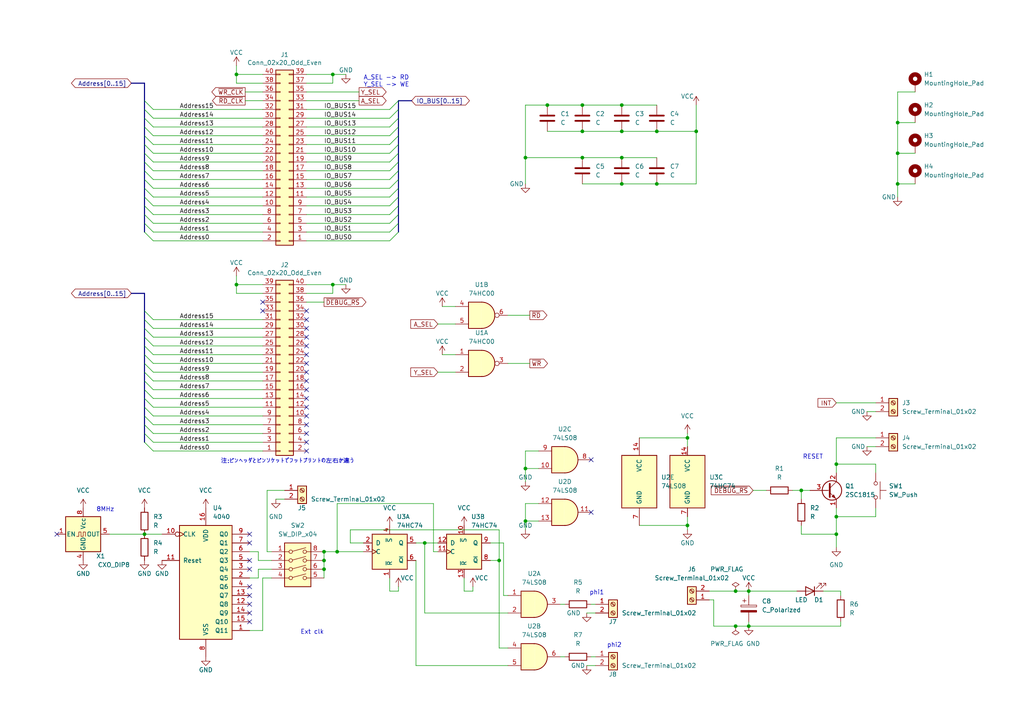
<source format=kicad_sch>
(kicad_sch (version 20211123) (generator eeschema)
  (paper "A4")
  (junction (at 260.35 44.45))
  (junction (at 199.39 152.4))
  (junction (at 93.98 165.1))
  (junction (at 168.91 38.1))
  (junction (at 168.91 30.48))
  (junction (at 152.4 151.13))
  (junction (at 152.4 135.89))
  (junction (at 123.19 157.48))
  (junction (at 201.93 38.1))
  (junction (at 96.52 21.59))
  (junction (at 180.34 45.72))
  (junction (at 260.35 53.34))
  (junction (at 217.17 181.61))
  (junction (at 158.75 30.48))
  (junction (at 242.57 134.62))
  (junction (at 199.39 127))
  (junction (at 68.58 21.59))
  (junction (at 232.41 142.24))
  (junction (at 190.5 38.1))
  (junction (at 180.34 30.48))
  (junction (at 68.58 82.55))
  (junction (at 213.36 171.45))
  (junction (at 97.79 160.02))
  (junction (at 180.34 53.34))
  (junction (at 260.35 35.56))
  (junction (at 152.4 45.72))
  (junction (at 93.98 162.56))
  (junction (at 180.34 38.1))
  (junction (at 242.57 149.86))
  (junction (at 242.57 154.94))
  (junction (at 213.36 181.61))
  (junction (at 168.91 45.72))
  (junction (at 190.5 53.34))
  (junction (at 217.17 171.45))
  (junction (at 41.91 154.94))
  (junction (at 96.52 82.55))
  (junction (at 144.78 162.56))
  (junction (at 93.98 160.02))
  (no_connect (at 72.39 162.56))
  (no_connect (at 88.9 90.17))
  (no_connect (at 16.51 154.94))
  (no_connect (at 88.9 130.81))
  (no_connect (at 88.9 97.79))
  (no_connect (at 88.9 100.33))
  (no_connect (at 88.9 102.87))
  (no_connect (at 88.9 105.41))
  (no_connect (at 88.9 128.27))
  (no_connect (at 88.9 107.95))
  (no_connect (at 88.9 110.49))
  (no_connect (at 88.9 113.03))
  (no_connect (at 88.9 115.57))
  (no_connect (at 88.9 118.11))
  (no_connect (at 88.9 120.65))
  (no_connect (at 88.9 123.19))
  (no_connect (at 88.9 125.73))
  (no_connect (at 88.9 92.71))
  (no_connect (at 88.9 95.25))
  (no_connect (at 72.39 165.1))
  (no_connect (at 72.39 177.8))
  (no_connect (at 72.39 180.34))
  (no_connect (at 72.39 170.18))
  (no_connect (at 72.39 175.26))
  (no_connect (at 72.39 172.72))
  (no_connect (at 171.45 133.35))
  (no_connect (at 171.45 148.59))
  (no_connect (at 72.39 157.48))
  (no_connect (at 72.39 154.94))
  (no_connect (at 76.2 87.63))
  (no_connect (at 76.2 90.17))
  (bus_entry (at 115.57 44.45) (size -2.54 2.54))
  (bus_entry (at 115.57 39.37) (size -2.54 2.54))
  (bus_entry (at 41.91 52.07) (size 2.54 2.54))
  (bus_entry (at 115.57 62.23) (size -2.54 2.54))
  (bus_entry (at 41.91 31.75) (size 2.54 2.54))
  (bus_entry (at 41.91 113.03) (size 2.54 2.54))
  (bus_entry (at 41.91 97.79) (size 2.54 2.54))
  (bus_entry (at 41.91 90.17) (size 2.54 2.54))
  (bus_entry (at 41.91 46.99) (size 2.54 2.54))
  (bus_entry (at 41.91 62.23) (size 2.54 2.54))
  (bus_entry (at 41.91 59.69) (size 2.54 2.54))
  (bus_entry (at 41.91 57.15) (size 2.54 2.54))
  (bus_entry (at 115.57 31.75) (size -2.54 2.54))
  (bus_entry (at 115.57 34.29) (size -2.54 2.54))
  (bus_entry (at 41.91 128.27) (size 2.54 2.54))
  (bus_entry (at 41.91 34.29) (size 2.54 2.54))
  (bus_entry (at 115.57 67.31) (size -2.54 2.54))
  (bus_entry (at 41.91 64.77) (size 2.54 2.54))
  (bus_entry (at 115.57 54.61) (size -2.54 2.54))
  (bus_entry (at 41.91 49.53) (size 2.54 2.54))
  (bus_entry (at 41.91 123.19) (size 2.54 2.54))
  (bus_entry (at 41.91 95.25) (size 2.54 2.54))
  (bus_entry (at 41.91 44.45) (size 2.54 2.54))
  (bus_entry (at 41.91 107.95) (size 2.54 2.54))
  (bus_entry (at 41.91 102.87) (size 2.54 2.54))
  (bus_entry (at 41.91 29.21) (size 2.54 2.54))
  (bus_entry (at 115.57 52.07) (size -2.54 2.54))
  (bus_entry (at 41.91 92.71) (size 2.54 2.54))
  (bus_entry (at 115.57 57.15) (size -2.54 2.54))
  (bus_entry (at 115.57 46.99) (size -2.54 2.54))
  (bus_entry (at 41.91 125.73) (size 2.54 2.54))
  (bus_entry (at 41.91 54.61) (size 2.54 2.54))
  (bus_entry (at 41.91 105.41) (size 2.54 2.54))
  (bus_entry (at 41.91 36.83) (size 2.54 2.54))
  (bus_entry (at 41.91 41.91) (size 2.54 2.54))
  (bus_entry (at 115.57 49.53) (size -2.54 2.54))
  (bus_entry (at 41.91 120.65) (size 2.54 2.54))
  (bus_entry (at 115.57 59.69) (size -2.54 2.54))
  (bus_entry (at 41.91 67.31) (size 2.54 2.54))
  (bus_entry (at 41.91 100.33) (size 2.54 2.54))
  (bus_entry (at 41.91 39.37) (size 2.54 2.54))
  (bus_entry (at 115.57 41.91) (size -2.54 2.54))
  (bus_entry (at 115.57 29.21) (size -2.54 2.54))
  (bus_entry (at 41.91 115.57) (size 2.54 2.54))
  (bus_entry (at 41.91 118.11) (size 2.54 2.54))
  (bus_entry (at 115.57 36.83) (size -2.54 2.54))
  (bus_entry (at 115.57 64.77) (size -2.54 2.54))
  (bus_entry (at 41.91 110.49) (size 2.54 2.54))
  (wire (pts (xy 76.2 82.55) (xy 68.58 82.55)))
  (wire (pts (xy 44.45 46.99) (xy 76.2 46.99)))
  (wire (pts (xy 168.91 45.72) (xy 180.34 45.72)))
  (wire (pts (xy 152.4 151.13) (xy 152.4 146.05)))
  (bus (pts (xy 41.91 125.73) (xy 41.91 128.27)))
  (wire (pts (xy 231.14 171.45) (xy 217.17 171.45)))
  (wire (pts (xy 72.39 182.88) (xy 76.2 182.88)))
  (wire (pts (xy 44.45 115.57) (xy 76.2 115.57)))
  (wire (pts (xy 232.41 142.24) (xy 234.95 142.24)))
  (wire (pts (xy 217.17 181.61) (xy 243.84 181.61)))
  (wire (pts (xy 100.33 82.55) (xy 96.52 82.55)))
  (wire (pts (xy 260.35 44.45) (xy 260.35 53.34)))
  (wire (pts (xy 71.12 29.21) (xy 76.2 29.21)))
  (bus (pts (xy 41.91 115.57) (xy 41.91 118.11)))
  (wire (pts (xy 44.45 44.45) (xy 76.2 44.45)))
  (wire (pts (xy 242.57 154.94) (xy 242.57 149.86)))
  (wire (pts (xy 147.32 177.8) (xy 123.19 177.8)))
  (wire (pts (xy 96.52 24.13) (xy 88.9 24.13)))
  (bus (pts (xy 41.91 39.37) (xy 41.91 41.91)))
  (wire (pts (xy 113.03 64.77) (xy 88.9 64.77)))
  (wire (pts (xy 251.46 129.54) (xy 254 129.54)))
  (wire (pts (xy 180.34 53.34) (xy 190.5 53.34)))
  (wire (pts (xy 123.19 157.48) (xy 127 157.48)))
  (bus (pts (xy 41.91 44.45) (xy 41.91 46.99)))
  (bus (pts (xy 115.57 59.69) (xy 115.57 62.23)))
  (wire (pts (xy 168.91 53.34) (xy 180.34 53.34)))
  (wire (pts (xy 190.5 38.1) (xy 201.93 38.1)))
  (wire (pts (xy 77.47 142.24) (xy 77.47 160.02)))
  (wire (pts (xy 265.43 26.67) (xy 260.35 26.67)))
  (bus (pts (xy 41.91 49.53) (xy 41.91 52.07)))
  (bus (pts (xy 115.57 52.07) (xy 115.57 54.61)))
  (bus (pts (xy 41.91 34.29) (xy 41.91 36.83)))
  (wire (pts (xy 229.87 142.24) (xy 232.41 142.24)))
  (bus (pts (xy 41.91 24.13) (xy 41.91 29.21)))
  (wire (pts (xy 113.03 52.07) (xy 88.9 52.07)))
  (wire (pts (xy 137.16 170.18) (xy 137.16 171.45)))
  (bus (pts (xy 41.91 118.11) (xy 41.91 120.65)))
  (wire (pts (xy 96.52 85.09) (xy 88.9 85.09)))
  (wire (pts (xy 96.52 21.59) (xy 96.52 24.13)))
  (wire (pts (xy 101.6 157.48) (xy 101.6 153.67)))
  (wire (pts (xy 199.39 152.4) (xy 199.39 149.86)))
  (wire (pts (xy 74.93 165.1) (xy 78.74 165.1)))
  (wire (pts (xy 44.45 128.27) (xy 76.2 128.27)))
  (wire (pts (xy 76.2 85.09) (xy 68.58 85.09)))
  (wire (pts (xy 152.4 30.48) (xy 152.4 45.72)))
  (wire (pts (xy 68.58 21.59) (xy 68.58 24.13)))
  (wire (pts (xy 152.4 130.81) (xy 156.21 130.81)))
  (wire (pts (xy 199.39 153.67) (xy 199.39 152.4)))
  (wire (pts (xy 44.45 54.61) (xy 76.2 54.61)))
  (wire (pts (xy 101.6 153.67) (xy 144.78 153.67)))
  (wire (pts (xy 242.57 134.62) (xy 242.57 137.16)))
  (wire (pts (xy 74.93 165.1) (xy 74.93 167.64)))
  (wire (pts (xy 44.45 52.07) (xy 76.2 52.07)))
  (wire (pts (xy 199.39 127) (xy 199.39 129.54)))
  (wire (pts (xy 44.45 69.85) (xy 76.2 69.85)))
  (wire (pts (xy 74.93 162.56) (xy 78.74 162.56)))
  (bus (pts (xy 115.57 44.45) (xy 115.57 46.99)))
  (wire (pts (xy 128.27 102.87) (xy 132.08 102.87)))
  (bus (pts (xy 41.91 31.75) (xy 41.91 34.29)))
  (wire (pts (xy 232.41 142.24) (xy 232.41 144.78)))
  (wire (pts (xy 113.03 67.31) (xy 88.9 67.31)))
  (wire (pts (xy 76.2 21.59) (xy 68.58 21.59)))
  (wire (pts (xy 113.03 49.53) (xy 88.9 49.53)))
  (bus (pts (xy 41.91 46.99) (xy 41.91 49.53)))
  (wire (pts (xy 96.52 21.59) (xy 88.9 21.59)))
  (bus (pts (xy 115.57 39.37) (xy 115.57 41.91)))
  (wire (pts (xy 147.32 105.41) (xy 153.67 105.41)))
  (wire (pts (xy 242.57 149.86) (xy 242.57 147.32)))
  (wire (pts (xy 80.01 144.78) (xy 82.55 144.78)))
  (wire (pts (xy 113.03 167.64) (xy 113.03 171.45)))
  (wire (pts (xy 113.03 54.61) (xy 88.9 54.61)))
  (wire (pts (xy 158.75 38.1) (xy 168.91 38.1)))
  (wire (pts (xy 44.45 49.53) (xy 76.2 49.53)))
  (wire (pts (xy 115.57 170.18) (xy 115.57 171.45)))
  (wire (pts (xy 82.55 142.24) (xy 77.47 142.24)))
  (wire (pts (xy 243.84 171.45) (xy 243.84 172.72)))
  (wire (pts (xy 113.03 41.91) (xy 88.9 41.91)))
  (bus (pts (xy 115.57 54.61) (xy 115.57 57.15)))
  (wire (pts (xy 113.03 59.69) (xy 88.9 59.69)))
  (wire (pts (xy 254 147.32) (xy 254 149.86)))
  (wire (pts (xy 113.03 46.99) (xy 88.9 46.99)))
  (wire (pts (xy 201.93 38.1) (xy 201.93 53.34)))
  (wire (pts (xy 147.32 91.44) (xy 153.67 91.44)))
  (wire (pts (xy 152.4 45.72) (xy 152.4 53.34)))
  (wire (pts (xy 190.5 53.34) (xy 201.93 53.34)))
  (wire (pts (xy 44.45 31.75) (xy 76.2 31.75)))
  (wire (pts (xy 168.91 38.1) (xy 180.34 38.1)))
  (wire (pts (xy 41.91 154.94) (xy 46.99 154.94)))
  (bus (pts (xy 41.91 52.07) (xy 41.91 54.61)))
  (wire (pts (xy 113.03 34.29) (xy 88.9 34.29)))
  (bus (pts (xy 41.91 105.41) (xy 41.91 107.95)))
  (wire (pts (xy 128.27 88.9) (xy 132.08 88.9)))
  (wire (pts (xy 44.45 95.25) (xy 76.2 95.25)))
  (wire (pts (xy 93.98 160.02) (xy 97.79 160.02)))
  (wire (pts (xy 147.32 187.96) (xy 144.78 187.96)))
  (wire (pts (xy 74.93 160.02) (xy 74.93 162.56)))
  (wire (pts (xy 207.01 181.61) (xy 213.36 181.61)))
  (wire (pts (xy 113.03 69.85) (xy 88.9 69.85)))
  (wire (pts (xy 144.78 162.56) (xy 144.78 187.96)))
  (wire (pts (xy 146.05 172.72) (xy 147.32 172.72)))
  (bus (pts (xy 115.57 41.91) (xy 115.57 44.45)))
  (wire (pts (xy 104.14 29.21) (xy 88.9 29.21)))
  (bus (pts (xy 41.91 113.03) (xy 41.91 115.57)))
  (bus (pts (xy 41.91 102.87) (xy 41.91 105.41)))
  (wire (pts (xy 44.45 62.23) (xy 76.2 62.23)))
  (wire (pts (xy 113.03 39.37) (xy 88.9 39.37)))
  (wire (pts (xy 72.39 160.02) (xy 74.93 160.02)))
  (wire (pts (xy 185.42 127) (xy 199.39 127)))
  (wire (pts (xy 170.18 193.04) (xy 172.72 193.04)))
  (wire (pts (xy 68.58 82.55) (xy 68.58 85.09)))
  (wire (pts (xy 44.45 36.83) (xy 76.2 36.83)))
  (wire (pts (xy 146.05 157.48) (xy 146.05 172.72)))
  (wire (pts (xy 217.17 180.34) (xy 217.17 181.61)))
  (wire (pts (xy 168.91 30.48) (xy 158.75 30.48)))
  (wire (pts (xy 105.41 157.48) (xy 101.6 157.48)))
  (wire (pts (xy 113.03 36.83) (xy 88.9 36.83)))
  (wire (pts (xy 171.45 190.5) (xy 172.72 190.5)))
  (wire (pts (xy 180.34 38.1) (xy 190.5 38.1)))
  (bus (pts (xy 119.38 29.21) (xy 115.57 29.21)))
  (wire (pts (xy 260.35 53.34) (xy 265.43 53.34)))
  (wire (pts (xy 113.03 44.45) (xy 88.9 44.45)))
  (wire (pts (xy 68.58 19.05) (xy 68.58 21.59)))
  (wire (pts (xy 72.39 167.64) (xy 74.93 167.64)))
  (wire (pts (xy 44.45 120.65) (xy 76.2 120.65)))
  (wire (pts (xy 218.44 142.24) (xy 222.25 142.24)))
  (bus (pts (xy 41.91 54.61) (xy 41.91 57.15)))
  (wire (pts (xy 93.98 165.1) (xy 93.98 167.64)))
  (wire (pts (xy 162.56 175.26) (xy 163.83 175.26)))
  (wire (pts (xy 44.45 110.49) (xy 76.2 110.49)))
  (wire (pts (xy 96.52 82.55) (xy 88.9 82.55)))
  (wire (pts (xy 125.73 146.05) (xy 97.79 146.05)))
  (wire (pts (xy 158.75 30.48) (xy 152.4 30.48)))
  (bus (pts (xy 41.91 95.25) (xy 41.91 97.79)))
  (wire (pts (xy 260.35 26.67) (xy 260.35 35.56)))
  (wire (pts (xy 254 127) (xy 242.57 127)))
  (wire (pts (xy 44.45 113.03) (xy 76.2 113.03)))
  (wire (pts (xy 152.4 153.67) (xy 152.4 151.13)))
  (wire (pts (xy 93.98 87.63) (xy 88.9 87.63)))
  (bus (pts (xy 41.91 107.95) (xy 41.91 110.49)))
  (wire (pts (xy 152.4 135.89) (xy 152.4 130.81)))
  (bus (pts (xy 41.91 110.49) (xy 41.91 113.03)))
  (wire (pts (xy 127 93.98) (xy 132.08 93.98)))
  (bus (pts (xy 115.57 31.75) (xy 115.57 34.29)))
  (wire (pts (xy 127 160.02) (xy 125.73 160.02)))
  (bus (pts (xy 115.57 64.77) (xy 115.57 67.31)))
  (wire (pts (xy 113.03 31.75) (xy 88.9 31.75)))
  (wire (pts (xy 77.47 160.02) (xy 78.74 160.02)))
  (wire (pts (xy 125.73 160.02) (xy 125.73 146.05)))
  (wire (pts (xy 44.45 59.69) (xy 76.2 59.69)))
  (wire (pts (xy 260.35 35.56) (xy 260.35 44.45)))
  (wire (pts (xy 152.4 146.05) (xy 156.21 146.05)))
  (wire (pts (xy 144.78 162.56) (xy 142.24 162.56)))
  (wire (pts (xy 205.74 173.99) (xy 207.01 173.99)))
  (bus (pts (xy 41.91 36.83) (xy 41.91 39.37)))
  (wire (pts (xy 180.34 30.48) (xy 168.91 30.48)))
  (wire (pts (xy 242.57 149.86) (xy 254 149.86)))
  (wire (pts (xy 44.45 92.71) (xy 76.2 92.71)))
  (wire (pts (xy 120.65 162.56) (xy 120.65 193.04)))
  (wire (pts (xy 123.19 177.8) (xy 123.19 157.48)))
  (wire (pts (xy 76.2 24.13) (xy 68.58 24.13)))
  (wire (pts (xy 242.57 127) (xy 242.57 134.62)))
  (bus (pts (xy 115.57 29.21) (xy 115.57 31.75)))
  (wire (pts (xy 190.5 30.48) (xy 180.34 30.48)))
  (bus (pts (xy 41.91 90.17) (xy 41.91 92.71)))
  (wire (pts (xy 251.46 119.38) (xy 254 119.38)))
  (wire (pts (xy 104.14 26.67) (xy 88.9 26.67)))
  (wire (pts (xy 205.74 171.45) (xy 213.36 171.45)))
  (bus (pts (xy 41.91 29.21) (xy 41.91 31.75)))
  (wire (pts (xy 44.45 97.79) (xy 76.2 97.79)))
  (wire (pts (xy 213.36 171.45) (xy 217.17 171.45)))
  (wire (pts (xy 243.84 180.34) (xy 243.84 181.61)))
  (wire (pts (xy 44.45 105.41) (xy 76.2 105.41)))
  (wire (pts (xy 31.75 154.94) (xy 41.91 154.94)))
  (wire (pts (xy 44.45 125.73) (xy 76.2 125.73)))
  (bus (pts (xy 41.91 64.77) (xy 41.91 67.31)))
  (wire (pts (xy 93.98 162.56) (xy 93.98 165.1)))
  (wire (pts (xy 120.65 193.04) (xy 147.32 193.04)))
  (wire (pts (xy 232.41 154.94) (xy 242.57 154.94)))
  (wire (pts (xy 44.45 118.11) (xy 76.2 118.11)))
  (wire (pts (xy 152.4 135.89) (xy 156.21 135.89)))
  (wire (pts (xy 213.36 181.61) (xy 217.17 181.61)))
  (wire (pts (xy 144.78 153.67) (xy 144.78 162.56)))
  (wire (pts (xy 71.12 26.67) (xy 76.2 26.67)))
  (wire (pts (xy 113.03 57.15) (xy 88.9 57.15)))
  (wire (pts (xy 185.42 152.4) (xy 199.39 152.4)))
  (wire (pts (xy 260.35 53.34) (xy 260.35 57.15)))
  (wire (pts (xy 242.57 134.62) (xy 254 134.62)))
  (wire (pts (xy 93.98 160.02) (xy 93.98 162.56)))
  (wire (pts (xy 127 107.95) (xy 132.08 107.95)))
  (wire (pts (xy 242.57 154.94) (xy 242.57 158.75)))
  (wire (pts (xy 152.4 45.72) (xy 168.91 45.72)))
  (wire (pts (xy 96.52 82.55) (xy 96.52 85.09)))
  (wire (pts (xy 260.35 44.45) (xy 265.43 44.45)))
  (bus (pts (xy 38.1 24.13) (xy 41.91 24.13)))
  (wire (pts (xy 44.45 107.95) (xy 76.2 107.95)))
  (wire (pts (xy 44.45 39.37) (xy 76.2 39.37)))
  (bus (pts (xy 115.57 46.99) (xy 115.57 49.53)))
  (wire (pts (xy 44.45 123.19) (xy 76.2 123.19)))
  (bus (pts (xy 115.57 34.29) (xy 115.57 36.83)))
  (bus (pts (xy 41.91 85.09) (xy 41.91 90.17)))
  (wire (pts (xy 44.45 64.77) (xy 76.2 64.77)))
  (bus (pts (xy 41.91 100.33) (xy 41.91 102.87)))
  (wire (pts (xy 78.74 167.64) (xy 76.2 167.64)))
  (wire (pts (xy 68.58 80.01) (xy 68.58 82.55)))
  (wire (pts (xy 232.41 152.4) (xy 232.41 154.94)))
  (wire (pts (xy 134.62 167.64) (xy 134.62 171.45)))
  (bus (pts (xy 41.91 57.15) (xy 41.91 59.69)))
  (wire (pts (xy 137.16 171.45) (xy 134.62 171.45)))
  (wire (pts (xy 180.34 45.72) (xy 190.5 45.72)))
  (bus (pts (xy 41.91 92.71) (xy 41.91 95.25)))
  (wire (pts (xy 115.57 171.45) (xy 113.03 171.45)))
  (wire (pts (xy 199.39 125.73) (xy 199.39 127)))
  (wire (pts (xy 163.83 190.5) (xy 162.56 190.5)))
  (bus (pts (xy 41.91 123.19) (xy 41.91 125.73)))
  (bus (pts (xy 41.91 59.69) (xy 41.91 62.23)))
  (wire (pts (xy 152.4 151.13) (xy 156.21 151.13)))
  (bus (pts (xy 115.57 57.15) (xy 115.57 59.69)))
  (bus (pts (xy 38.1 85.09) (xy 41.91 85.09)))
  (wire (pts (xy 100.33 21.59) (xy 96.52 21.59)))
  (bus (pts (xy 41.91 120.65) (xy 41.91 123.19)))
  (wire (pts (xy 44.45 67.31) (xy 76.2 67.31)))
  (wire (pts (xy 97.79 160.02) (xy 105.41 160.02)))
  (wire (pts (xy 44.45 41.91) (xy 76.2 41.91)))
  (wire (pts (xy 207.01 173.99) (xy 207.01 181.61)))
  (wire (pts (xy 171.45 175.26) (xy 172.72 175.26)))
  (wire (pts (xy 76.2 167.64) (xy 76.2 182.88)))
  (bus (pts (xy 115.57 49.53) (xy 115.57 52.07)))
  (bus (pts (xy 41.91 97.79) (xy 41.91 100.33)))
  (wire (pts (xy 44.45 102.87) (xy 76.2 102.87)))
  (wire (pts (xy 97.79 146.05) (xy 97.79 160.02)))
  (wire (pts (xy 44.45 34.29) (xy 76.2 34.29)))
  (wire (pts (xy 260.35 35.56) (xy 265.43 35.56)))
  (wire (pts (xy 113.03 62.23) (xy 88.9 62.23)))
  (wire (pts (xy 254 137.16) (xy 254 134.62)))
  (wire (pts (xy 44.45 57.15) (xy 76.2 57.15)))
  (wire (pts (xy 44.45 100.33) (xy 76.2 100.33)))
  (bus (pts (xy 115.57 62.23) (xy 115.57 64.77)))
  (wire (pts (xy 254 116.84) (xy 242.57 116.84)))
  (wire (pts (xy 201.93 30.48) (xy 201.93 38.1)))
  (wire (pts (xy 238.76 171.45) (xy 243.84 171.45)))
  (wire (pts (xy 120.65 157.48) (xy 123.19 157.48)))
  (wire (pts (xy 170.18 177.8) (xy 172.72 177.8)))
  (wire (pts (xy 217.17 171.45) (xy 217.17 172.72)))
  (bus (pts (xy 41.91 62.23) (xy 41.91 64.77)))
  (wire (pts (xy 142.24 157.48) (xy 146.05 157.48)))
  (wire (pts (xy 44.45 130.81) (xy 76.2 130.81)))
  (bus (pts (xy 41.91 41.91) (xy 41.91 44.45)))
  (bus (pts (xy 115.57 36.83) (xy 115.57 39.37)))
  (wire (pts (xy 152.4 139.7) (xy 152.4 135.89)))
  (text "phi1" (at 175.26 172.72 180) (effects (font (size 1.27 1.27)) (justify right bottom)))
  (text "A_SEL -> RD\nY_SEL -> WE" (at 105.41 25.4 0) (effects (font (size 1.27 1.27)) (justify left bottom)))
  (text "RESET" (at 238.76 133.35 180) (effects (font (size 1.27 1.27)) (justify right bottom)))
  (text "Ext clk" (at 93.98 184.15 180) (effects (font (size 1.27 1.27)) (justify right bottom)))
  (text "注:ピンヘッダとピンソケットでフットプリントの左右が違う" (at 102.87 134.62 180) (effects (font (size 1.27 1.27)) (justify right bottom)))
  (text "8MHz" (at 27.94 148.59 0) (effects (font (size 1.27 1.27)) (justify left bottom)))
  (text "phi2" (at 180.34 187.96 180) (effects (font (size 1.27 1.27)) (justify right bottom)))
  (label "Address15" (at 52.07 31.75 0))
  (label "Address5" (at 52.07 57.15 0))
  (label "IO_BUS7" (at 93.98 52.07 0))
  (label "Address11" (at 52.07 41.91 0))
  (label "Address14" (at 52.07 34.29 0))
  (label "IO_BUS1" (at 93.98 67.31 0))
  (label "IO_BUS14" (at 93.98 34.29 0))
  (label "IO_BUS3" (at 93.98 62.23 0))
  (label "IO_BUS6" (at 93.98 54.61 0))
  (label "Address10" (at 52.07 44.45 0))
  (label "Address14" (at 52.07 95.25 0))
  (label "Address0" (at 52.07 130.81 0))
  (label "IO_BUS15" (at 93.98 31.75 0))
  (label "Address0" (at 52.07 69.85 0))
  (label "IO_BUS13" (at 93.98 36.83 0))
  (label "Address10" (at 52.07 105.41 0))
  (label "IO_BUS2" (at 93.98 64.77 0))
  (label "Address8" (at 52.07 110.49 0))
  (label "Address13" (at 52.07 97.79 0))
  (label "Address8" (at 52.07 49.53 0))
  (label "IO_BUS12" (at 93.98 39.37 0))
  (label "Address7" (at 52.07 52.07 0))
  (label "Address1" (at 52.07 128.27 0))
  (label "Address11" (at 52.07 102.87 0))
  (label "Address3" (at 52.07 123.19 0))
  (label "Address7" (at 52.07 113.03 0))
  (label "IO_BUS0" (at 93.98 69.85 0))
  (label "IO_BUS9" (at 93.98 46.99 0))
  (label "Address6" (at 52.07 115.57 0))
  (label "Address12" (at 52.07 39.37 0))
  (label "IO_BUS11" (at 93.98 41.91 0))
  (label "Address9" (at 52.07 46.99 0))
  (label "Address3" (at 52.07 62.23 0))
  (label "Address1" (at 52.07 67.31 0))
  (label "Address5" (at 52.07 118.11 0))
  (label "Address2" (at 52.07 125.73 0))
  (label "Address13" (at 52.07 36.83 0))
  (label "IO_BUS10" (at 93.98 44.45 0))
  (label "IO_BUS5" (at 93.98 57.15 0))
  (label "IO_BUS4" (at 93.98 59.69 0))
  (label "Address4" (at 52.07 59.69 0))
  (label "Address4" (at 52.07 120.65 0))
  (label "Address9" (at 52.07 107.95 0))
  (label "Address2" (at 52.07 64.77 0))
  (label "Address15" (at 52.07 92.71 0))
  (label "Address6" (at 52.07 54.61 0))
  (label "IO_BUS8" (at 93.98 49.53 0))
  (label "Address12" (at 52.07 100.33 0))
  (global_label "Address[0..15]" (shape tri_state) (at 38.1 24.13 180) (property "Intersheet References" "${INTERSHEET_REFS}" (effects hide)))
  (global_label "Address[0..15]" (shape tri_state) (at 38.1 85.09 180) (property "Intersheet References" "${INTERSHEET_REFS}" (effects hide)))
  (global_label "~{RD}" (shape output) (at 153.67 91.44 0) (property "Intersheet References" "${INTERSHEET_REFS}" (effects hide)))
  (global_label "~{DEBUG_RS}" (shape input) (at 218.44 142.24 180) (property "Intersheet References" "${INTERSHEET_REFS}" (effects hide)))
  (global_label "Y_SEL" (shape input) (at 127 107.95 180) (property "Intersheet References" "${INTERSHEET_REFS}" (effects hide)))
  (global_label "A_SEL" (shape input) (at 127 93.98 180) (property "Intersheet References" "${INTERSHEET_REFS}" (effects hide)))
  (global_label "~{WR}" (shape output) (at 153.67 105.41 0) (property "Intersheet References" "${INTERSHEET_REFS}" (effects hide)))
  (global_label "A_SEL" (shape output) (at 104.14 29.21 0) (property "Intersheet References" "${INTERSHEET_REFS}" (effects hide)))
  (global_label "IO_BUS[0..15]" (shape bidirectional) (at 119.38 29.21 0) (property "Intersheet References" "${INTERSHEET_REFS}" (effects hide)))
  (global_label "Y_SEL" (shape output) (at 104.14 26.67 0) (property "Intersheet References" "${INTERSHEET_REFS}" (effects hide)))
  (global_label "~{DEBUG_RS}" (shape output) (at 93.98 87.63 0) (property "Intersheet References" "${INTERSHEET_REFS}" (effects hide)))
  (global_label "~{WR_CLK}" (shape output) (at 71.12 26.67 180) (property "Intersheet References" "${INTERSHEET_REFS}" (effects hide)))
  (global_label "INT" (shape input) (at 242.57 116.84 180) (property "Intersheet References" "${INTERSHEET_REFS}" (effects hide)))
  (global_label "~{RD_CLK}" (shape output) (at 71.12 29.21 180) (property "Intersheet References" "${INTERSHEET_REFS}" (effects hide)))
  (symbol (lib_id "Connector:Screw_Terminal_01x02") (at 177.8 175.26 0) (unit 1)
    (property "Reference" "J7" (at 176.53 180.34 0) (effects (justify left)))
    (property "Value" "Screw_Terminal_01x02" (at 180.34 177.7999 0) (effects (justify left)))
    (property "Footprint" "TerminalBlock:TerminalBlock_bornier-2_P5.08mm" (effects hide))
  )
  (symbol (lib_id "Device:C") (at 158.75 34.29 0) (unit 1)
    (property "Reference" "C1" (at 162.56 33.0199 0) (effects (justify left)))
    (property "Value" "C" (at 162.56 35.5599 0) (effects (justify left)))
    (property "Footprint" "Capacitor_THT:C_Disc_D7.0mm_W2.5mm_P5.00mm" (effects hide))
  )
  (symbol (lib_id "Device:LED") (at 234.95 171.45 180) (unit 1)
    (property "Reference" "D1" (at 237.49 173.99 0))
    (property "Value" "LED" (at 232.41 173.99 0))
    (property "Footprint" "LED_THT:LED_D3.0mm" (effects hide))
  )
  (symbol (lib_id "power:GND") (at 100.33 82.55 0) (mirror y) (unit 1)
    (property "Reference" "#PWR07" (effects hide))
    (property "Value" "GND" (at 100.33 81.28 0))
  )
  (symbol (lib_id "Connector:Screw_Terminal_01x02") (at 259.08 127 0) (unit 1)
    (property "Reference" "J4" (at 261.62 126.9999 0) (effects (justify left)))
    (property "Value" "Screw_Terminal_01x02" (at 261.62 129.5399 0) (effects (justify left)))
    (property "Footprint" "TerminalBlock:TerminalBlock_bornier-2_P5.08mm" (effects hide))
  )
  (symbol (lib_id "Switch:SW_DIP_x04") (at 86.36 165.1 0) (unit 1)
    (property "Reference" "SW2" (at 86.36 152.4 0))
    (property "Value" "SW_DIP_x04" (at 86.36 154.94 0))
    (property "Footprint" "Button_Switch_THT:SW_DIP_SPSTx04_Piano_10.8x11.72mm_W7.62mm_P2.54mm" (effects hide))
  )
  (symbol (lib_id "power:PWR_FLAG") (at 213.36 171.45 0) (unit 1)
    (property "Reference" "#FLG01" (effects hide))
    (property "Value" "PWR_FLAG" (at 210.82 165.1 0))
  )
  (symbol (lib_id "74xx:74HC00") (at 139.7 91.44 0) (unit 2)
    (property "Reference" "U1" (at 139.7 82.55 0))
    (property "Value" "74HC00" (at 139.7 85.09 0))
    (property "Footprint" "Package_DIP:DIP-14_W7.62mm" (effects hide))
    (property "Datasheet" "http://www.ti.com/lit/gpn/sn74hc00" (effects hide))
  )
  (symbol (lib_id "Device:R") (at 226.06 142.24 90) (unit 1)
    (property "Reference" "R1" (at 226.06 135.89 90))
    (property "Value" "R" (at 226.06 138.43 90))
    (property "Footprint" "Resistor_SMD:R_0603_1608Metric_Pad0.98x0.95mm_HandSolder" (effects hide))
  )
  (symbol (lib_id "power:GND") (at 251.46 129.54 0) (unit 1)
    (property "Reference" "#PWR012" (effects hide))
    (property "Value" "GND" (at 248.92 129.54 0))
  )
  (symbol (lib_id "Device:R") (at 232.41 148.59 0) (unit 1)
    (property "Reference" "R2" (at 234.95 147.3199 0) (effects (justify left)))
    (property "Value" "R" (at 234.95 149.8599 0) (effects (justify left)))
    (property "Footprint" "Resistor_SMD:R_0603_1608Metric_Pad0.98x0.95mm_HandSolder" (effects hide))
  )
  (symbol (lib_id "4xxx:4040") (at 59.69 167.64 0) (unit 1)
    (property "Reference" "U4" (at 61.7094 147.32 0) (effects (justify left)))
    (property "Value" "4040" (at 61.7094 149.86 0) (effects (justify left)))
    (property "Footprint" "Package_DIP:DIP-16_W7.62mm" (effects hide))
    (property "Datasheet" "http://www.intersil.com/content/dam/Intersil/documents/cd40/cd4020bms-24bms-40bms.pdf" (effects hide))
  )
  (symbol (lib_id "Device:C") (at 190.5 34.29 0) (unit 1)
    (property "Reference" "C4" (at 194.31 33.0199 0) (effects (justify left)))
    (property "Value" "C" (at 194.31 35.5599 0) (effects (justify left)))
    (property "Footprint" "Capacitor_THT:C_Disc_D7.0mm_W2.5mm_P5.00mm" (effects hide))
  )
  (symbol (lib_id "power:VCC") (at 41.91 147.32 0) (unit 1)
    (property "Reference" "#PWR016" (effects hide))
    (property "Value" "VCC" (at 41.91 142.24 0))
  )
  (symbol (lib_id "Mechanical:MountingHole_Pad") (at 265.43 33.02 0) (unit 1)
    (property "Reference" "H2" (at 267.97 30.4799 0) (effects (justify left)))
    (property "Value" "MountingHole_Pad" (at 267.97 33.0199 0) (effects (justify left)))
    (property "Footprint" "MountingHole:MountingHole_3.2mm_M3_Pad" (effects hide))
  )
  (symbol (lib_id "Device:R") (at 167.64 190.5 90) (unit 1)
    (property "Reference" "R7" (at 167.64 184.15 90))
    (property "Value" "R" (at 167.64 186.69 90))
    (property "Footprint" "Resistor_SMD:R_0603_1608Metric_Pad0.98x0.95mm_HandSolder" (effects hide))
  )
  (symbol (lib_id "power:GND") (at 242.57 158.75 0) (unit 1)
    (property "Reference" "#PWR022" (effects hide))
    (property "Value" "GND" (at 242.57 163.83 0))
  )
  (symbol (lib_id "Mechanical:MountingHole_Pad") (at 265.43 24.13 0) (unit 1)
    (property "Reference" "H1" (at 267.97 21.5899 0) (effects (justify left)))
    (property "Value" "MountingHole_Pad" (at 267.97 24.1299 0) (effects (justify left)))
    (property "Footprint" "MountingHole:MountingHole_3.2mm_M3_Pad" (effects hide))
  )
  (symbol (lib_id "Device:C") (at 180.34 34.29 0) (unit 1)
    (property "Reference" "C3" (at 184.15 33.0199 0) (effects (justify left)))
    (property "Value" "C" (at 184.15 35.5599 0) (effects (justify left)))
    (property "Footprint" "Capacitor_THT:C_Disc_D7.0mm_W2.5mm_P5.00mm" (effects hide))
  )
  (symbol (lib_id "Device:C") (at 180.34 49.53 0) (unit 1)
    (property "Reference" "C6" (at 184.15 48.2599 0) (effects (justify left)))
    (property "Value" "C" (at 184.15 50.7999 0) (effects (justify left)))
    (property "Footprint" "Capacitor_THT:C_Disc_D7.0mm_W2.5mm_P5.00mm" (effects hide))
  )
  (symbol (lib_id "Connector:Screw_Terminal_01x02") (at 87.63 142.24 0) (unit 1)
    (property "Reference" "J5" (at 86.36 147.32 0) (effects (justify left)))
    (property "Value" "Screw_Terminal_01x02" (at 90.17 144.7799 0) (effects (justify left)))
    (property "Footprint" "TerminalBlock:TerminalBlock_bornier-2_P5.08mm" (effects hide))
  )
  (symbol (lib_id "power:VCC") (at 113.03 152.4 0) (unit 1)
    (property "Reference" "#PWR018" (effects hide))
    (property "Value" "VCC" (at 113.03 147.32 0))
  )
  (symbol (lib_id "power:GND") (at 152.4 139.7 0) (mirror y) (unit 1)
    (property "Reference" "#PWR013" (effects hide))
    (property "Value" "GND" (at 152.4 138.43 0))
  )
  (symbol (lib_id "74xx:74HC74") (at 134.62 160.02 0) (unit 2)
    (property "Reference" "U3" (at 136.6394 149.86 0) (effects (justify left)))
    (property "Value" "74HC74" (at 136.6394 152.4 0) (effects (justify left)))
    (property "Footprint" "Package_DIP:DIP-14_W7.62mm" (effects hide))
    (property "Datasheet" "74xx/74hc_hct74.pdf" (effects hide))
  )
  (symbol (lib_id "power:GND") (at 217.17 181.61 0) (unit 1)
    (property "Reference" "#PWR030" (effects hide))
    (property "Value" "GND" (at 218.44 186.69 0))
  )
  (symbol (lib_id "Device:R") (at 243.84 176.53 0) (unit 1)
    (property "Reference" "R6" (at 246.38 175.2599 0) (effects (justify left)))
    (property "Value" "R" (at 246.38 177.7999 0) (effects (justify left)))
    (property "Footprint" "Resistor_SMD:R_0603_1608Metric_Pad0.98x0.95mm_HandSolder" (effects hide))
  )
  (symbol (lib_id "power:GND") (at 41.91 162.56 0) (unit 1)
    (property "Reference" "#PWR024" (effects hide))
    (property "Value" "GND" (at 41.91 166.37 0))
  )
  (symbol (lib_id "power:GND") (at 199.39 153.67 0) (unit 1)
    (property "Reference" "#PWR021" (effects hide))
    (property "Value" "GND" (at 199.39 157.48 0))
  )
  (symbol (lib_id "Connector:Screw_Terminal_01x02") (at 177.8 190.5 0) (unit 1)
    (property "Reference" "J8" (at 176.53 195.58 0) (effects (justify left)))
    (property "Value" "Screw_Terminal_01x02" (at 180.34 193.0399 0) (effects (justify left)))
    (property "Footprint" "TerminalBlock:TerminalBlock_bornier-2_P5.08mm" (effects hide))
  )
  (symbol (lib_id "power:VCC") (at 128.27 102.87 0) (mirror y) (unit 1)
    (property "Reference" "#PWR09" (effects hide))
    (property "Value" "VCC" (at 128.27 99.06 0))
  )
  (symbol (lib_id "Device:C") (at 190.5 49.53 0) (unit 1)
    (property "Reference" "C7" (at 194.31 48.2599 0) (effects (justify left)))
    (property "Value" "C" (at 194.31 50.7999 0) (effects (justify left)))
    (property "Footprint" "Capacitor_THT:C_Disc_D7.0mm_W2.5mm_P5.00mm" (effects hide))
  )
  (symbol (lib_id "power:VCC") (at 201.93 30.48 0) (unit 1)
    (property "Reference" "#PWR03" (effects hide))
    (property "Value" "VDD" (at 199.39 27.94 0))
  )
  (symbol (lib_id "power:GND") (at 170.18 193.04 0) (unit 1)
    (property "Reference" "#PWR032" (effects hide))
    (property "Value" "GND" (at 167.64 193.04 0))
  )
  (symbol (lib_id "power:VCC") (at 68.58 80.01 0) (mirror y) (unit 1)
    (property "Reference" "#PWR06" (effects hide))
    (property "Value" "VCC" (at 68.58 76.2 0))
  )
  (symbol (lib_id "Connector:Screw_Terminal_01x02") (at 259.08 116.84 0) (unit 1)
    (property "Reference" "J3" (at 261.62 116.8399 0) (effects (justify left)))
    (property "Value" "Screw_Terminal_01x02" (at 261.62 119.3799 0) (effects (justify left)))
    (property "Footprint" "TerminalBlock:TerminalBlock_bornier-2_P5.08mm" (effects hide))
  )
  (symbol (lib_id "74xx:74LS08") (at 185.42 139.7 0) (unit 5)
    (property "Reference" "U2" (at 191.77 138.4299 0) (effects (justify left)))
    (property "Value" "74LS08" (at 191.77 140.9699 0) (effects (justify left)))
    (property "Footprint" "Package_DIP:DIP-14_W7.62mm" (effects hide))
    (property "Datasheet" "http://www.ti.com/lit/gpn/sn74LS08" (effects hide))
  )
  (symbol (lib_id "74xx:74HC74") (at 113.03 160.02 0) (unit 1)
    (property "Reference" "U3" (at 115.0494 149.86 0) (effects (justify left)))
    (property "Value" "74HC74" (at 115.0494 152.4 0) (effects (justify left)))
    (property "Footprint" "Package_DIP:DIP-14_W7.62mm" (effects hide))
    (property "Datasheet" "74xx/74hc_hct74.pdf" (effects hide))
  )
  (symbol (lib_id "power:VCC") (at 217.17 171.45 0) (mirror y) (unit 1)
    (property "Reference" "#PWR028" (effects hide))
    (property "Value" "VCC" (at 217.17 167.64 0))
  )
  (symbol (lib_id "power:GND") (at 59.69 190.5 0) (unit 1)
    (property "Reference" "#PWR031" (effects hide))
    (property "Value" "GND" (at 59.69 194.31 0))
  )
  (symbol (lib_id "power:VCC") (at 137.16 170.18 0) (unit 1)
    (property "Reference" "#PWR027" (effects hide))
    (property "Value" "VCC" (at 139.7 167.64 0))
  )
  (symbol (lib_id "Mechanical:MountingHole_Pad") (at 265.43 41.91 0) (unit 1)
    (property "Reference" "H3" (at 267.97 39.3699 0) (effects (justify left)))
    (property "Value" "MountingHole_Pad" (at 267.97 41.9099 0) (effects (justify left)))
    (property "Footprint" "MountingHole:MountingHole_3.2mm_M3_Pad" (effects hide))
  )
  (symbol (lib_id "Connector_Generic:Conn_02x20_Odd_Even") (at 81.28 107.95 0) (mirror x) (unit 1)
    (property "Reference" "J2" (at 82.55 76.835 0))
    (property "Value" "Conn_02x20_Odd_Even" (at 82.55 79.1464 0))
    (property "Footprint" "Connector_PinSocket_2.54mm:PinSocket_2x20_P2.54mm_Vertical" (effects hide))
  )
  (symbol (lib_id "power:GND") (at 152.4 153.67 0) (mirror y) (unit 1)
    (property "Reference" "#PWR020" (effects hide))
    (property "Value" "GND" (at 152.4 152.4 0))
  )
  (symbol (lib_id "power:VCC") (at 115.57 170.18 0) (unit 1)
    (property "Reference" "#PWR026" (effects hide))
    (property "Value" "VCC" (at 118.11 167.64 0))
  )
  (symbol (lib_id "74xx:74HC00") (at 139.7 105.41 0) (unit 1)
    (property "Reference" "U1" (at 139.7 96.52 0))
    (property "Value" "74HC00" (at 139.7 99.06 0))
    (property "Footprint" "Package_DIP:DIP-14_W7.62mm" (effects hide))
    (property "Datasheet" "http://www.ti.com/lit/gpn/sn74hc00" (effects hide))
  )
  (symbol (lib_id "Device:R") (at 167.64 175.26 90) (unit 1)
    (property "Reference" "R5" (at 167.64 168.91 90))
    (property "Value" "R" (at 167.64 171.45 90))
    (property "Footprint" "Resistor_SMD:R_0603_1608Metric_Pad0.98x0.95mm_HandSolder" (effects hide))
  )
  (symbol (lib_id "Device:C_Polarized") (at 217.17 176.53 0) (unit 1)
    (property "Reference" "C8" (at 220.98 174.3709 0) (effects (justify left)))
    (property "Value" "C_Polarized" (at 220.98 176.9109 0) (effects (justify left)))
    (property "Footprint" "Capacitor_THT:CP_Radial_D5.0mm_P2.50mm" (effects hide))
  )
  (symbol (lib_id "power:VCC") (at 59.69 147.32 0) (unit 1)
    (property "Reference" "#PWR017" (effects hide))
    (property "Value" "VCC" (at 59.69 142.24 0))
  )
  (symbol (lib_id "74xx:74HC74") (at 199.39 139.7 0) (unit 3)
    (property "Reference" "U3" (at 205.74 138.4299 0) (effects (justify left)))
    (property "Value" "74HC74" (at 205.74 140.9699 0) (effects (justify left)))
    (property "Footprint" "Package_DIP:DIP-14_W7.62mm" (effects hide))
    (property "Datasheet" "74xx/74hc_hct74.pdf" (effects hide))
  )
  (symbol (lib_id "Oscillator:CXO_DIP8") (at 24.13 154.94 0) (unit 1)
    (property "Reference" "X1" (at 29.21 161.29 0))
    (property "Value" "CXO_DIP8" (at 33.02 163.83 0))
    (property "Footprint" "Oscillator:Oscillator_DIP-8" (effects hide))
    (property "Datasheet" "http://cdn-reichelt.de/documents/datenblatt/B400/OSZI.pdf" (effects hide))
  )
  (symbol (lib_id "power:GND") (at 251.46 119.38 0) (unit 1)
    (property "Reference" "#PWR010" (effects hide))
    (property "Value" "GND" (at 248.92 119.38 0))
  )
  (symbol (lib_id "power:GND") (at 80.01 144.78 0) (unit 1)
    (property "Reference" "#PWR014" (effects hide))
    (property "Value" "GND" (at 80.01 149.86 0))
  )
  (symbol (lib_id "power:VCC") (at 68.58 19.05 0) (mirror y) (unit 1)
    (property "Reference" "#PWR01" (effects hide))
    (property "Value" "VCC" (at 68.58 15.24 0))
  )
  (symbol (lib_id "Transistor_BJT:2SC1815") (at 240.03 142.24 0) (unit 1)
    (property "Reference" "Q1" (at 245.11 140.9699 0) (effects (justify left)))
    (property "Value" "2SC1815" (at 245.11 143.5099 0) (effects (justify left)))
    (property "Footprint" "Package_TO_SOT_THT:TO-92_Inline" (effects hide))
    (property "Datasheet" "https://media.digikey.com/pdf/Data%20Sheets/Toshiba%20PDFs/2SC1815.pdf" (effects hide))
  )
  (symbol (lib_id "power:VCC") (at 128.27 88.9 0) (mirror y) (unit 1)
    (property "Reference" "#PWR08" (effects hide))
    (property "Value" "VCC" (at 128.27 85.09 0))
  )
  (symbol (lib_id "Device:C") (at 168.91 49.53 0) (unit 1)
    (property "Reference" "C5" (at 172.72 48.2599 0) (effects (justify left)))
    (property "Value" "C" (at 172.72 50.7999 0) (effects (justify left)))
    (property "Footprint" "Capacitor_THT:C_Disc_D7.0mm_W2.5mm_P5.00mm" (effects hide))
  )
  (symbol (lib_id "power:VCC") (at 134.62 152.4 0) (unit 1)
    (property "Reference" "#PWR019" (effects hide))
    (property "Value" "VCC" (at 134.62 147.32 0))
  )
  (symbol (lib_id "power:PWR_FLAG") (at 213.36 181.61 180) (unit 1)
    (property "Reference" "#FLG02" (effects hide))
    (property "Value" "PWR_FLAG" (at 210.82 186.69 0))
  )
  (symbol (lib_id "power:GND") (at 100.33 21.59 0) (mirror y) (unit 1)
    (property "Reference" "#PWR02" (effects hide))
    (property "Value" "GND" (at 100.33 20.32 0))
  )
  (symbol (lib_id "Device:R") (at 41.91 158.75 0) (unit 1)
    (property "Reference" "R4" (at 44.45 157.4799 0) (effects (justify left)))
    (property "Value" "R" (at 44.45 160.0199 0) (effects (justify left)))
    (property "Footprint" "Resistor_SMD:R_0603_1608Metric_Pad0.98x0.95mm_HandSolder" (effects hide))
  )
  (symbol (lib_id "power:GND") (at 260.35 57.15 0) (unit 1)
    (property "Reference" "#PWR05" (effects hide))
    (property "Value" "GND" (at 257.81 57.15 0))
  )
  (symbol (lib_id "power:GND") (at 170.18 177.8 0) (unit 1)
    (property "Reference" "#PWR029" (effects hide))
    (property "Value" "GND" (at 166.37 177.8 0))
  )
  (symbol (lib_id "Connector:Screw_Terminal_01x02") (at 200.66 173.99 180) (unit 1)
    (property "Reference" "J6" (at 200.66 165.1 0))
    (property "Value" "Screw_Terminal_01x02" (at 200.66 167.64 0))
    (property "Footprint" "TerminalBlock:TerminalBlock_bornier-2_P5.08mm" (effects hide))
  )
  (symbol (lib_id "power:VCC") (at 24.13 147.32 0) (unit 1)
    (property "Reference" "#PWR015" (effects hide))
    (property "Value" "VCC" (at 24.13 142.24 0))
  )
  (symbol (lib_id "74xx:74LS08") (at 154.94 190.5 0) (unit 2)
    (property "Reference" "U2" (at 154.94 181.61 0))
    (property "Value" "74LS08" (at 154.94 184.15 0))
    (property "Footprint" "Package_DIP:DIP-14_W7.62mm" (effects hide))
    (property "Datasheet" "http://www.ti.com/lit/gpn/sn74LS08" (effects hide))
  )
  (symbol (lib_id "Mechanical:MountingHole_Pad") (at 265.43 50.8 0) (unit 1)
    (property "Reference" "H4" (at 267.97 48.2599 0) (effects (justify left)))
    (property "Value" "MountingHole_Pad" (at 267.97 50.7999 0) (effects (justify left)))
    (property "Footprint" "MountingHole:MountingHole_3.2mm_M3_Pad" (effects hide))
  )
  (symbol (lib_id "power:GND") (at 152.4 53.34 0) (unit 1)
    (property "Reference" "#PWR04" (effects hide))
    (property "Value" "GND" (at 149.86 53.34 0))
  )
  (symbol (lib_id "74xx:74LS08") (at 163.83 133.35 0) (unit 3)
    (property "Reference" "U2" (at 163.83 124.46 0))
    (property "Value" "74LS08" (at 163.83 127 0))
    (property "Footprint" "Package_DIP:DIP-14_W7.62mm" (effects hide))
    (property "Datasheet" "http://www.ti.com/lit/gpn/sn74LS08" (effects hide))
  )
  (symbol (lib_id "power:GND") (at 46.99 162.56 0) (unit 1)
    (property "Reference" "#PWR025" (effects hide))
    (property "Value" "GND" (at 46.99 166.37 0))
  )
  (symbol (lib_id "power:VCC") (at 199.39 125.73 0) (unit 1)
    (property "Reference" "#PWR011" (effects hide))
    (property "Value" "VCC" (at 199.39 120.65 0))
  )
  (symbol (lib_id "74xx:74LS08") (at 154.94 175.26 0) (unit 1)
    (property "Reference" "U2" (at 154.94 166.37 0))
    (property "Value" "74LS08" (at 154.94 168.91 0))
    (property "Footprint" "Package_DIP:DIP-14_W7.62mm" (effects hide))
    (property "Datasheet" "http://www.ti.com/lit/gpn/sn74LS08" (effects hide))
  )
  (symbol (lib_id "74xx:74LS08") (at 163.83 148.59 0) (unit 4)
    (property "Reference" "U2" (at 163.83 139.7 0))
    (property "Value" "74LS08" (at 163.83 142.24 0))
    (property "Footprint" "Package_DIP:DIP-14_W7.62mm" (effects hide))
    (property "Datasheet" "http://www.ti.com/lit/gpn/sn74LS08" (effects hide))
  )
  (symbol (lib_id "Connector_Generic:Conn_02x20_Odd_Even") (at 83.82 46.99 180) (unit 1)
    (property "Reference" "J1" (at 82.55 15.875 0))
    (property "Value" "Conn_02x20_Odd_Even" (at 82.55 18.1864 0))
    (property "Footprint" "Connector_PinHeader_2.54mm:PinHeader_2x20_P2.54mm_Horizontal" (effects hide))
  )
  (symbol (lib_id "power:GND") (at 24.13 162.56 0) (unit 1)
    (property "Reference" "#PWR023" (effects hide))
    (property "Value" "GND" (at 24.13 166.37 0))
  )
  (symbol (lib_id "Switch:SW_Push") (at 254 142.24 270) (unit 1)
    (property "Reference" "SW1" (at 257.81 140.9699 90) (effects (justify left)))
    (property "Value" "SW_Push" (at 257.81 143.5099 90) (effects (justify left)))
    (property "Footprint" "Button_Switch_THT:SW_Tactile_SPST_Angled_PTS645Vx31-2LFS" (effects hide))
  )
  (symbol (lib_id "Device:C") (at 168.91 34.29 0) (unit 1)
    (property "Reference" "C2" (at 172.72 33.0199 0) (effects (justify left)))
    (property "Value" "C" (at 172.72 35.5599 0) (effects (justify left)))
    (property "Footprint" "Capacitor_THT:C_Disc_D7.0mm_W2.5mm_P5.00mm" (effects hide))
  )
  (symbol (lib_id "Device:R") (at 41.91 151.13 0) (unit 1)
    (property "Reference" "R3" (at 44.45 149.8599 0) (effects (justify left)))
    (property "Value" "R" (at 44.45 152.3999 0) (effects (justify left)))
    (property "Footprint" "Resistor_SMD:R_0603_1608Metric_Pad0.98x0.95mm_HandSolder" (effects hide))
  )
)
</source>
